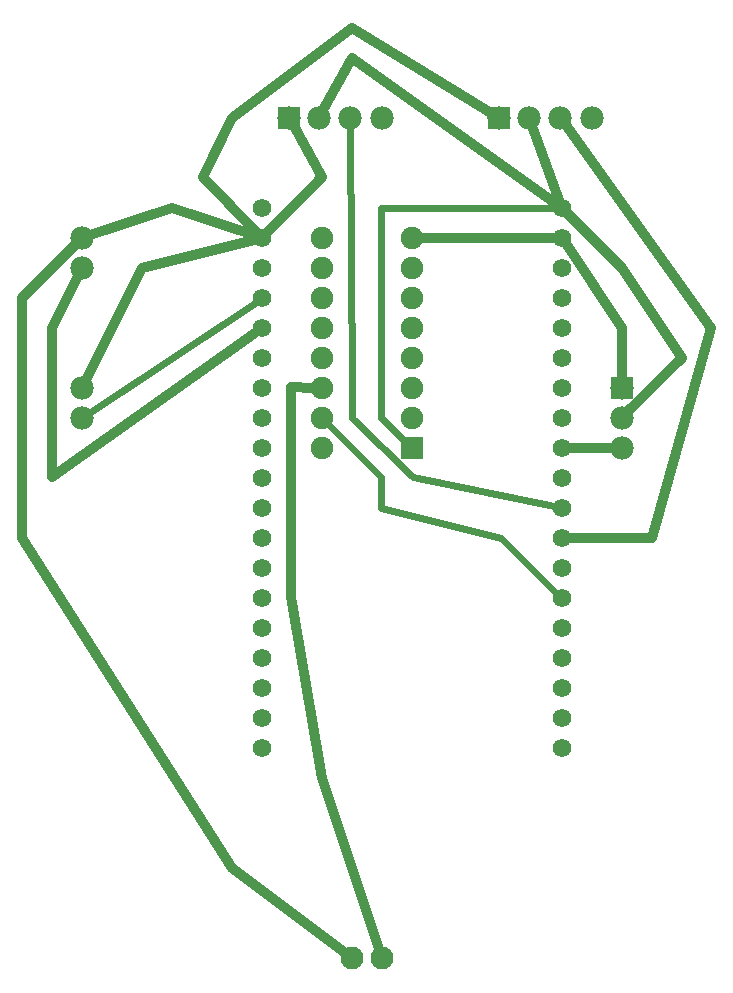
<source format=gbl>
G04 MADE WITH FRITZING*
G04 WWW.FRITZING.ORG*
G04 SINGLE SIDED*
G04 HOLES NOT PLATED*
G04 CONTOUR ON CENTER OF CONTOUR VECTOR*
%ASAXBY*%
%FSLAX23Y23*%
%MOIN*%
%OFA0B0*%
%SFA1.0B1.0*%
%ADD10C,0.076417*%
%ADD11C,0.078000*%
%ADD12C,0.062000*%
%ADD13C,0.075000*%
%ADD14R,0.078000X0.078000*%
%ADD15R,0.075000X0.075000*%
%ADD16C,0.032000*%
%ADD17C,0.024000*%
%LNCOPPER0*%
G90*
G70*
G54D10*
X1429Y165D03*
X1329Y165D03*
G54D11*
X429Y2565D03*
X429Y2465D03*
X429Y1965D03*
X429Y2065D03*
X1120Y2965D03*
X1220Y2965D03*
X1324Y2965D03*
X1429Y2965D03*
X1820Y2965D03*
X1920Y2965D03*
X2024Y2965D03*
X2129Y2965D03*
G54D12*
X2029Y1165D03*
X2029Y1265D03*
X2029Y1365D03*
X2029Y1465D03*
X2029Y1565D03*
X2029Y1665D03*
X2029Y1765D03*
X2029Y1865D03*
X2029Y1965D03*
X2029Y2065D03*
X2029Y2165D03*
X2029Y2265D03*
X2029Y2365D03*
X2029Y2465D03*
X2029Y2565D03*
X2029Y2665D03*
X2029Y866D03*
X2029Y965D03*
X2029Y1065D03*
X1029Y1165D03*
X1029Y1265D03*
X1029Y1365D03*
X1029Y1465D03*
X1029Y1565D03*
X1029Y1665D03*
X1029Y1765D03*
X1029Y1865D03*
X1029Y1965D03*
X1029Y2065D03*
X1029Y2165D03*
X1029Y2265D03*
X1029Y2365D03*
X1029Y2465D03*
X1029Y2565D03*
X1029Y2665D03*
X1029Y865D03*
X1029Y965D03*
X1029Y1065D03*
G54D13*
X1529Y1865D03*
X1229Y1865D03*
X1529Y1965D03*
X1229Y1965D03*
X1529Y2065D03*
X1229Y2065D03*
X1529Y2165D03*
X1229Y2165D03*
X1529Y2265D03*
X1229Y2265D03*
X1529Y2365D03*
X1229Y2365D03*
X1529Y2465D03*
X1229Y2465D03*
X1529Y2565D03*
X1229Y2565D03*
G54D11*
X2229Y2065D03*
X2229Y1965D03*
X2229Y1865D03*
G54D14*
X1120Y2965D03*
X1820Y2965D03*
G54D15*
X1529Y1865D03*
G54D14*
X2229Y2065D03*
G54D16*
X1329Y3166D02*
X1234Y2992D01*
D02*
X2005Y2682D02*
X1329Y3166D01*
D02*
X831Y2767D02*
X929Y2964D01*
D02*
X929Y2964D02*
X1329Y3265D01*
D02*
X1009Y2585D02*
X831Y2767D01*
D02*
X1329Y3265D02*
X1794Y2981D01*
G54D17*
D02*
X1329Y1964D02*
X1329Y2067D01*
D02*
X1531Y1767D02*
X1329Y1964D01*
D02*
X1329Y2067D02*
X1324Y2929D01*
D02*
X2001Y1671D02*
X1531Y1767D01*
G54D16*
D02*
X2058Y1865D02*
X2199Y1865D01*
D02*
X2019Y2692D02*
X1930Y2937D01*
D02*
X2526Y2265D02*
X2042Y2941D01*
D02*
X2329Y1565D02*
X2526Y2265D01*
D02*
X2058Y1565D02*
X2329Y1565D01*
D02*
X2230Y2466D02*
X2428Y2166D01*
D02*
X2428Y2166D02*
X2250Y1987D01*
D02*
X2049Y2645D02*
X2230Y2466D01*
G54D17*
D02*
X1427Y2067D02*
X1427Y1964D01*
D02*
X1427Y1964D02*
X1508Y1885D01*
D02*
X1427Y2664D02*
X1427Y2067D01*
D02*
X2000Y2665D02*
X1427Y2664D01*
G54D16*
D02*
X2230Y2265D02*
X2229Y2095D01*
D02*
X2045Y2541D02*
X2230Y2265D01*
D02*
X1028Y2565D02*
X1230Y2767D01*
D02*
X1230Y2767D02*
X1135Y2939D01*
D02*
X1008Y2584D02*
X1028Y2565D01*
D02*
X2000Y2565D02*
X1557Y2565D01*
D02*
X728Y2664D02*
X457Y2575D01*
D02*
X1001Y2574D02*
X728Y2664D01*
D02*
X1001Y2558D02*
X629Y2466D01*
D02*
X629Y2466D02*
X442Y2092D01*
D02*
X328Y1767D02*
X328Y2265D01*
D02*
X1005Y2248D02*
X328Y1767D01*
D02*
X328Y2265D02*
X415Y2438D01*
G54D17*
D02*
X1005Y2349D02*
X454Y1982D01*
G54D16*
D02*
X1127Y1663D02*
X1127Y2067D01*
D02*
X1230Y766D02*
X1127Y1367D01*
D02*
X1127Y2067D02*
X1200Y2066D01*
D02*
X1127Y1367D02*
X1127Y1663D01*
D02*
X1419Y195D02*
X1230Y766D01*
G54D17*
D02*
X1427Y1767D02*
X1249Y1945D01*
D02*
X1427Y1663D02*
X1427Y1767D01*
D02*
X1827Y1565D02*
X1427Y1663D01*
D02*
X2004Y1389D02*
X1827Y1565D01*
G54D16*
D02*
X230Y1565D02*
X230Y2363D01*
D02*
X230Y2363D02*
X408Y2544D01*
D02*
X1303Y184D02*
X929Y466D01*
D02*
X929Y466D02*
X230Y1565D01*
G04 End of Copper0*
M02*
</source>
